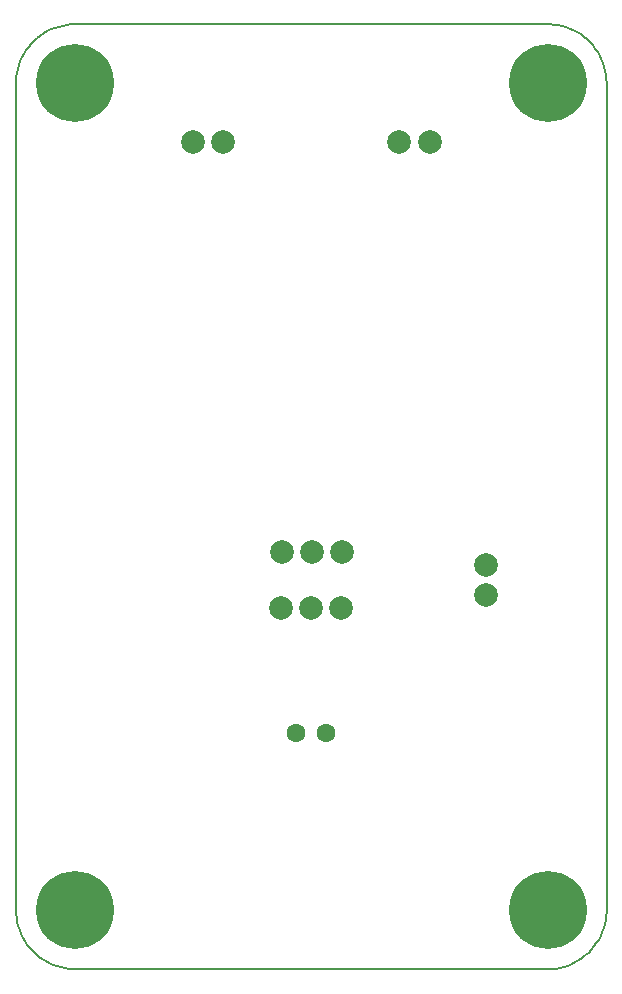
<source format=gbs>
%FSDAX24Y24*%
%MOIN*%
%SFA1B1*%

%IPPOS*%
%ADD17C,0.007900*%
%ADD29C,0.063100*%
%ADD30C,0.078900*%
%ADD31C,0.260000*%
%LNcurrentsource-1*%
%LPD*%
G54D17*
X039370Y041340D02*
D01*
X039374Y041202*
X039389Y041065*
X039413Y040930*
X039446Y040797*
X039488Y040666*
X039540Y040539*
X039600Y040415*
X039669Y040296*
X039746Y040182*
X039830Y040074*
X039922Y039972*
X040021Y039876*
X040126Y039788*
X040237Y039707*
X040354Y039634*
X040475Y039570*
X040601Y039514*
X040730Y039467*
X040862Y039429*
X040997Y039400*
X041133Y039381*
X041270Y039372*
X041339Y039371*
X057087D02*
D01*
X057224Y039375*
X057361Y039390*
X057496Y039414*
X057629Y039447*
X057760Y039489*
X057887Y039541*
X058011Y039601*
X058130Y039670*
X058244Y039747*
X058352Y039831*
X058454Y039923*
X058550Y040022*
X058638Y040127*
X058719Y040238*
X058792Y040355*
X058856Y040476*
X058912Y040602*
X058959Y040731*
X058997Y040863*
X059026Y040998*
X059045Y041134*
X059054Y041271*
X059055Y041340*
Y068899D02*
D01*
X059050Y069036*
X059035Y069173*
X059011Y069308*
X058978Y069441*
X058936Y069572*
X058884Y069699*
X058824Y069823*
X058755Y069942*
X058678Y070056*
X058594Y070164*
X058502Y070266*
X058403Y070362*
X058298Y070450*
X058187Y070531*
X058070Y070604*
X057949Y070668*
X057823Y070724*
X057694Y070771*
X057562Y070809*
X057427Y070838*
X057291Y070857*
X057154Y070866*
X057087Y070868*
X041339D02*
D01*
X041201Y070863*
X041064Y070848*
X040929Y070824*
X040796Y070791*
X040665Y070749*
X040538Y070697*
X040414Y070637*
X040295Y070568*
X040181Y070491*
X040073Y070407*
X039971Y070315*
X039875Y070216*
X039787Y070111*
X039706Y070000*
X039633Y069883*
X039569Y069762*
X039513Y069636*
X039466Y069507*
X039428Y069375*
X039399Y069240*
X039380Y069104*
X039371Y068967*
X039370Y068899*
Y041340D02*
Y068899D01*
X041339Y039371D02*
X057087Y039372D01*
X059055Y068899D02*
Y041340D01*
X041339Y070868D02*
X057087D01*
G54D29*
X048713Y047244D03*
X049713D03*
G54D30*
X048213Y051420D03*
X049213D03*
X050213D03*
X045276Y066929D03*
X046284D03*
X052150D03*
X053158D03*
X050240Y053290D03*
X049240D03*
X048240D03*
X055020Y052840D03*
Y051831D03*
G54D31*
X041339Y068898D03*
X057087D03*
Y041339D03*
X041339D03*
M02*
</source>
